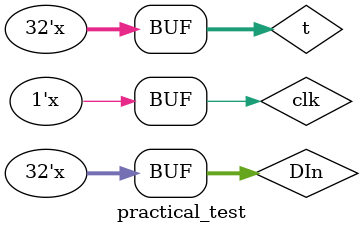
<source format=v>
module practical(clk, nReset, switches, digital_tubes, digital_sel);
	input clk, nReset;
	input [31:0] switches;
	output [6:0] digital_tubes;
	output [7:0] digital_sel;
	
	wire sysClk, TCClk, DSClk;
	wire [2:0] sel;
	wire reset;
	wire [3:0] nums;
	wire [31:0] DOut;
	assign reset = ~nReset;
	
	// Divider-Sys
	divider #(.RATIO(1)) div_sys(
		.clk_in(clk),
		.clk_out(sysClk),
		.reset(reset)
	);
	
	// Divider-DigitalTube
	divider #(.RATIO(1)) div_dt(
		.clk_in(clk),
		.clk_out(DSClk),
		.reset(reset)
	);
	
	main sys(
		.clk(sysClk),
		.reset(reset),
		.DIn(switches),
		.DOut(DOut)
	);
	
	dt_encoder dte(
		.num(nums),
		.dt(digital_tubes)
	);
	
	dynamic_scanner ds(
		.clk(DSClk),
		.ds(digital_sel),
		.sel(sel),
		.reset(reset)
	);
	
	dt_mux dtmux(
		.num_in(DOut),
		.num_out(nums),
		.sel(sel)
	);
	
endmodule

module practical_test();
	
	integer t;
	reg clk, nReset;
	reg [31:0] DIn;
	wire [6:0] dt;
	wire [7:0]ds;
	
	practical p(
		.clk(clk),
		.nReset(nReset),
		.switches(DIn),
		.digital_tubes(dt),
		.digital_sel(ds)
	);
	
	initial begin
		t = 0;
		clk = 0;
		nReset = 0;
		DIn = 32'h19071110;
	end

	always begin
		if(t === 10) nReset = 1;
		if(t%1000 === 0) DIn = DIn - 32'h10000;
		t = t+1;
		clk = ~clk;
		#10;
	end
	
	/*
	always @(posedge clk) begin
		$display("tubes[%b]=%b", ds, dt);
	end
	*/
	
endmodule

</source>
